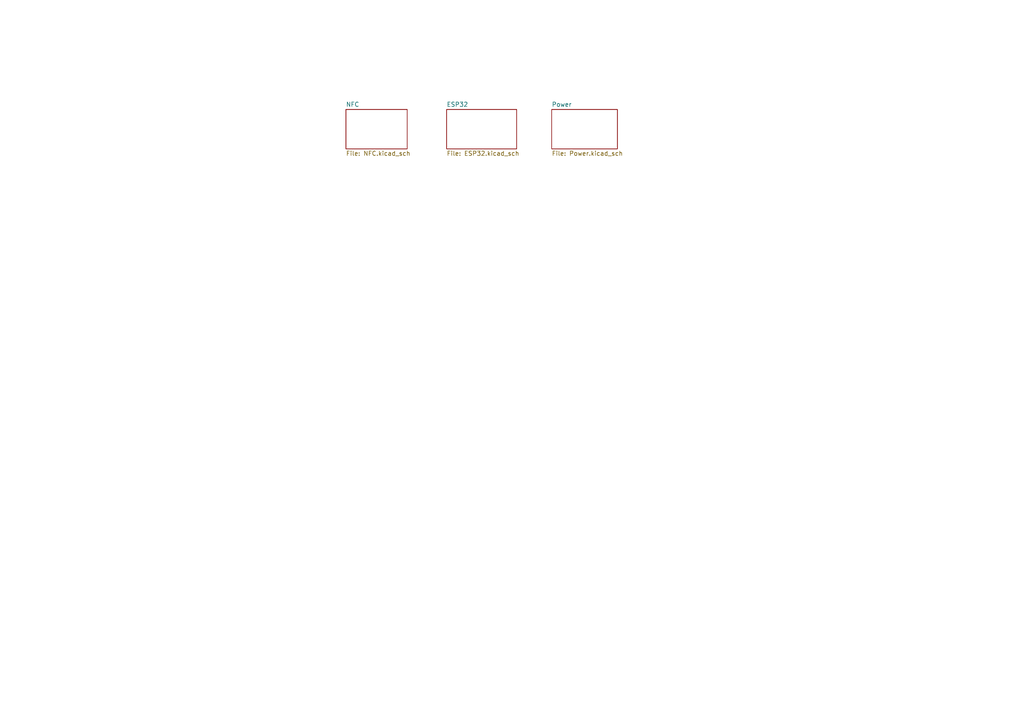
<source format=kicad_sch>
(kicad_sch
	(version 20231120)
	(generator "eeschema")
	(generator_version "8.0")
	(uuid "8ef12b84-4556-413e-8e5a-ce52402aeac0")
	(paper "A4")
	(title_block
		(title "Homekey PCB ESP32C3")
		(date "2024-07-03")
		(rev "Rev A")
	)
	(lib_symbols)
	(sheet
		(at 100.33 31.75)
		(size 17.78 11.43)
		(fields_autoplaced yes)
		(stroke
			(width 0.1524)
			(type solid)
		)
		(fill
			(color 0 0 0 0.0000)
		)
		(uuid "18dde409-6af5-4dc2-8e7a-03cef80bd424")
		(property "Sheetname" "NFC"
			(at 100.33 31.0384 0)
			(effects
				(font
					(size 1.27 1.27)
				)
				(justify left bottom)
			)
		)
		(property "Sheetfile" "NFC.kicad_sch"
			(at 100.33 43.7646 0)
			(effects
				(font
					(size 1.27 1.27)
				)
				(justify left top)
			)
		)
		(instances
			(project "Homekey"
				(path "/8ef12b84-4556-413e-8e5a-ce52402aeac0"
					(page "2")
				)
			)
		)
	)
	(sheet
		(at 129.54 31.75)
		(size 20.32 11.43)
		(fields_autoplaced yes)
		(stroke
			(width 0.1524)
			(type solid)
		)
		(fill
			(color 0 0 0 0.0000)
		)
		(uuid "41d98d3b-40e8-42b4-9eac-bd82a45a039c")
		(property "Sheetname" "ESP32"
			(at 129.54 31.0384 0)
			(effects
				(font
					(size 1.27 1.27)
				)
				(justify left bottom)
			)
		)
		(property "Sheetfile" "ESP32.kicad_sch"
			(at 129.54 43.7646 0)
			(effects
				(font
					(size 1.27 1.27)
				)
				(justify left top)
			)
		)
		(instances
			(project "Homekey"
				(path "/8ef12b84-4556-413e-8e5a-ce52402aeac0"
					(page "3")
				)
			)
		)
	)
	(sheet
		(at 160.02 31.75)
		(size 19.05 11.43)
		(fields_autoplaced yes)
		(stroke
			(width 0.1524)
			(type solid)
		)
		(fill
			(color 0 0 0 0.0000)
		)
		(uuid "e280ed20-7e15-4ef2-ac9d-516095406e26")
		(property "Sheetname" "Power"
			(at 160.02 31.0384 0)
			(effects
				(font
					(size 1.27 1.27)
				)
				(justify left bottom)
			)
		)
		(property "Sheetfile" "Power.kicad_sch"
			(at 160.02 43.7646 0)
			(effects
				(font
					(size 1.27 1.27)
				)
				(justify left top)
			)
		)
		(instances
			(project "Homekey"
				(path "/8ef12b84-4556-413e-8e5a-ce52402aeac0"
					(page "4")
				)
			)
		)
	)
	(sheet_instances
		(path "/"
			(page "1")
		)
	)
)

</source>
